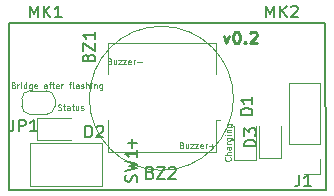
<source format=gbr>
G04 #@! TF.GenerationSoftware,KiCad,Pcbnew,5.1.0*
G04 #@! TF.CreationDate,2019-05-19T21:56:43+02:00*
G04 #@! TF.ProjectId,beeper,62656570-6572-42e6-9b69-6361645f7063,rev?*
G04 #@! TF.SameCoordinates,Original*
G04 #@! TF.FileFunction,Legend,Top*
G04 #@! TF.FilePolarity,Positive*
%FSLAX46Y46*%
G04 Gerber Fmt 4.6, Leading zero omitted, Abs format (unit mm)*
G04 Created by KiCad (PCBNEW 5.1.0) date 2019-05-19 21:56:43*
%MOMM*%
%LPD*%
G04 APERTURE LIST*
%ADD10C,0.125000*%
%ADD11C,0.250000*%
%ADD12C,0.150000*%
%ADD13C,0.120000*%
G04 APERTURE END LIST*
D10*
X136883333Y-99789285D02*
X136954761Y-99813095D01*
X136978571Y-99836904D01*
X137002380Y-99884523D01*
X137002380Y-99955952D01*
X136978571Y-100003571D01*
X136954761Y-100027380D01*
X136907142Y-100051190D01*
X136716666Y-100051190D01*
X136716666Y-99551190D01*
X136883333Y-99551190D01*
X136930952Y-99575000D01*
X136954761Y-99598809D01*
X136978571Y-99646428D01*
X136978571Y-99694047D01*
X136954761Y-99741666D01*
X136930952Y-99765476D01*
X136883333Y-99789285D01*
X136716666Y-99789285D01*
X137216666Y-100051190D02*
X137216666Y-99717857D01*
X137216666Y-99813095D02*
X137240476Y-99765476D01*
X137264285Y-99741666D01*
X137311904Y-99717857D01*
X137359523Y-99717857D01*
X137526190Y-100051190D02*
X137526190Y-99717857D01*
X137526190Y-99551190D02*
X137502380Y-99575000D01*
X137526190Y-99598809D01*
X137550000Y-99575000D01*
X137526190Y-99551190D01*
X137526190Y-99598809D01*
X137978571Y-100051190D02*
X137978571Y-99551190D01*
X137978571Y-100027380D02*
X137930952Y-100051190D01*
X137835714Y-100051190D01*
X137788095Y-100027380D01*
X137764285Y-100003571D01*
X137740476Y-99955952D01*
X137740476Y-99813095D01*
X137764285Y-99765476D01*
X137788095Y-99741666D01*
X137835714Y-99717857D01*
X137930952Y-99717857D01*
X137978571Y-99741666D01*
X138430952Y-99717857D02*
X138430952Y-100122619D01*
X138407142Y-100170238D01*
X138383333Y-100194047D01*
X138335714Y-100217857D01*
X138264285Y-100217857D01*
X138216666Y-100194047D01*
X138430952Y-100027380D02*
X138383333Y-100051190D01*
X138288095Y-100051190D01*
X138240476Y-100027380D01*
X138216666Y-100003571D01*
X138192857Y-99955952D01*
X138192857Y-99813095D01*
X138216666Y-99765476D01*
X138240476Y-99741666D01*
X138288095Y-99717857D01*
X138383333Y-99717857D01*
X138430952Y-99741666D01*
X138859523Y-100027380D02*
X138811904Y-100051190D01*
X138716666Y-100051190D01*
X138669047Y-100027380D01*
X138645238Y-99979761D01*
X138645238Y-99789285D01*
X138669047Y-99741666D01*
X138716666Y-99717857D01*
X138811904Y-99717857D01*
X138859523Y-99741666D01*
X138883333Y-99789285D01*
X138883333Y-99836904D01*
X138645238Y-99884523D01*
X139692857Y-100051190D02*
X139692857Y-99789285D01*
X139669047Y-99741666D01*
X139621428Y-99717857D01*
X139526190Y-99717857D01*
X139478571Y-99741666D01*
X139692857Y-100027380D02*
X139645238Y-100051190D01*
X139526190Y-100051190D01*
X139478571Y-100027380D01*
X139454761Y-99979761D01*
X139454761Y-99932142D01*
X139478571Y-99884523D01*
X139526190Y-99860714D01*
X139645238Y-99860714D01*
X139692857Y-99836904D01*
X139859523Y-99717857D02*
X140050000Y-99717857D01*
X139930952Y-100051190D02*
X139930952Y-99622619D01*
X139954761Y-99575000D01*
X140002380Y-99551190D01*
X140050000Y-99551190D01*
X140145238Y-99717857D02*
X140335714Y-99717857D01*
X140216666Y-99551190D02*
X140216666Y-99979761D01*
X140240476Y-100027380D01*
X140288095Y-100051190D01*
X140335714Y-100051190D01*
X140692857Y-100027380D02*
X140645238Y-100051190D01*
X140550000Y-100051190D01*
X140502380Y-100027380D01*
X140478571Y-99979761D01*
X140478571Y-99789285D01*
X140502380Y-99741666D01*
X140550000Y-99717857D01*
X140645238Y-99717857D01*
X140692857Y-99741666D01*
X140716666Y-99789285D01*
X140716666Y-99836904D01*
X140478571Y-99884523D01*
X140930952Y-100051190D02*
X140930952Y-99717857D01*
X140930952Y-99813095D02*
X140954761Y-99765476D01*
X140978571Y-99741666D01*
X141026190Y-99717857D01*
X141073809Y-99717857D01*
X141550000Y-99717857D02*
X141740476Y-99717857D01*
X141621428Y-100051190D02*
X141621428Y-99622619D01*
X141645238Y-99575000D01*
X141692857Y-99551190D01*
X141740476Y-99551190D01*
X141978571Y-100051190D02*
X141930952Y-100027380D01*
X141907142Y-99979761D01*
X141907142Y-99551190D01*
X142383333Y-100051190D02*
X142383333Y-99789285D01*
X142359523Y-99741666D01*
X142311904Y-99717857D01*
X142216666Y-99717857D01*
X142169047Y-99741666D01*
X142383333Y-100027380D02*
X142335714Y-100051190D01*
X142216666Y-100051190D01*
X142169047Y-100027380D01*
X142145238Y-99979761D01*
X142145238Y-99932142D01*
X142169047Y-99884523D01*
X142216666Y-99860714D01*
X142335714Y-99860714D01*
X142383333Y-99836904D01*
X142597619Y-100027380D02*
X142645238Y-100051190D01*
X142740476Y-100051190D01*
X142788095Y-100027380D01*
X142811904Y-99979761D01*
X142811904Y-99955952D01*
X142788095Y-99908333D01*
X142740476Y-99884523D01*
X142669047Y-99884523D01*
X142621428Y-99860714D01*
X142597619Y-99813095D01*
X142597619Y-99789285D01*
X142621428Y-99741666D01*
X142669047Y-99717857D01*
X142740476Y-99717857D01*
X142788095Y-99741666D01*
X143026190Y-100051190D02*
X143026190Y-99551190D01*
X143240476Y-100051190D02*
X143240476Y-99789285D01*
X143216666Y-99741666D01*
X143169047Y-99717857D01*
X143097619Y-99717857D01*
X143050000Y-99741666D01*
X143026190Y-99765476D01*
X143478571Y-100051190D02*
X143478571Y-99717857D01*
X143478571Y-99551190D02*
X143454761Y-99575000D01*
X143478571Y-99598809D01*
X143502380Y-99575000D01*
X143478571Y-99551190D01*
X143478571Y-99598809D01*
X143716666Y-99717857D02*
X143716666Y-100051190D01*
X143716666Y-99765476D02*
X143740476Y-99741666D01*
X143788095Y-99717857D01*
X143859523Y-99717857D01*
X143907142Y-99741666D01*
X143930952Y-99789285D01*
X143930952Y-100051190D01*
X144383333Y-99717857D02*
X144383333Y-100122619D01*
X144359523Y-100170238D01*
X144335714Y-100194047D01*
X144288095Y-100217857D01*
X144216666Y-100217857D01*
X144169047Y-100194047D01*
X144383333Y-100027380D02*
X144335714Y-100051190D01*
X144240476Y-100051190D01*
X144192857Y-100027380D01*
X144169047Y-100003571D01*
X144145238Y-99955952D01*
X144145238Y-99813095D01*
X144169047Y-99765476D01*
X144192857Y-99741666D01*
X144240476Y-99717857D01*
X144335714Y-99717857D01*
X144383333Y-99741666D01*
X151126190Y-104864285D02*
X151197619Y-104888095D01*
X151221428Y-104911904D01*
X151245238Y-104959523D01*
X151245238Y-105030952D01*
X151221428Y-105078571D01*
X151197619Y-105102380D01*
X151150000Y-105126190D01*
X150959523Y-105126190D01*
X150959523Y-104626190D01*
X151126190Y-104626190D01*
X151173809Y-104650000D01*
X151197619Y-104673809D01*
X151221428Y-104721428D01*
X151221428Y-104769047D01*
X151197619Y-104816666D01*
X151173809Y-104840476D01*
X151126190Y-104864285D01*
X150959523Y-104864285D01*
X151673809Y-104792857D02*
X151673809Y-105126190D01*
X151459523Y-104792857D02*
X151459523Y-105054761D01*
X151483333Y-105102380D01*
X151530952Y-105126190D01*
X151602380Y-105126190D01*
X151650000Y-105102380D01*
X151673809Y-105078571D01*
X151864285Y-104792857D02*
X152126190Y-104792857D01*
X151864285Y-105126190D01*
X152126190Y-105126190D01*
X152269047Y-104792857D02*
X152530952Y-104792857D01*
X152269047Y-105126190D01*
X152530952Y-105126190D01*
X152911904Y-105102380D02*
X152864285Y-105126190D01*
X152769047Y-105126190D01*
X152721428Y-105102380D01*
X152697619Y-105054761D01*
X152697619Y-104864285D01*
X152721428Y-104816666D01*
X152769047Y-104792857D01*
X152864285Y-104792857D01*
X152911904Y-104816666D01*
X152935714Y-104864285D01*
X152935714Y-104911904D01*
X152697619Y-104959523D01*
X153150000Y-105126190D02*
X153150000Y-104792857D01*
X153150000Y-104888095D02*
X153173809Y-104840476D01*
X153197619Y-104816666D01*
X153245238Y-104792857D01*
X153292857Y-104792857D01*
X153459523Y-104935714D02*
X153840476Y-104935714D01*
X153650000Y-105126190D02*
X153650000Y-104745238D01*
X145026190Y-97764285D02*
X145097619Y-97788095D01*
X145121428Y-97811904D01*
X145145238Y-97859523D01*
X145145238Y-97930952D01*
X145121428Y-97978571D01*
X145097619Y-98002380D01*
X145050000Y-98026190D01*
X144859523Y-98026190D01*
X144859523Y-97526190D01*
X145026190Y-97526190D01*
X145073809Y-97550000D01*
X145097619Y-97573809D01*
X145121428Y-97621428D01*
X145121428Y-97669047D01*
X145097619Y-97716666D01*
X145073809Y-97740476D01*
X145026190Y-97764285D01*
X144859523Y-97764285D01*
X145573809Y-97692857D02*
X145573809Y-98026190D01*
X145359523Y-97692857D02*
X145359523Y-97954761D01*
X145383333Y-98002380D01*
X145430952Y-98026190D01*
X145502380Y-98026190D01*
X145550000Y-98002380D01*
X145573809Y-97978571D01*
X145764285Y-97692857D02*
X146026190Y-97692857D01*
X145764285Y-98026190D01*
X146026190Y-98026190D01*
X146169047Y-97692857D02*
X146430952Y-97692857D01*
X146169047Y-98026190D01*
X146430952Y-98026190D01*
X146811904Y-98002380D02*
X146764285Y-98026190D01*
X146669047Y-98026190D01*
X146621428Y-98002380D01*
X146597619Y-97954761D01*
X146597619Y-97764285D01*
X146621428Y-97716666D01*
X146669047Y-97692857D01*
X146764285Y-97692857D01*
X146811904Y-97716666D01*
X146835714Y-97764285D01*
X146835714Y-97811904D01*
X146597619Y-97859523D01*
X147050000Y-98026190D02*
X147050000Y-97692857D01*
X147050000Y-97788095D02*
X147073809Y-97740476D01*
X147097619Y-97716666D01*
X147145238Y-97692857D01*
X147192857Y-97692857D01*
X147359523Y-97835714D02*
X147740476Y-97835714D01*
D11*
X154671428Y-95585714D02*
X154909523Y-96252380D01*
X155147619Y-95585714D01*
X155719047Y-95252380D02*
X155814285Y-95252380D01*
X155909523Y-95300000D01*
X155957142Y-95347619D01*
X156004761Y-95442857D01*
X156052380Y-95633333D01*
X156052380Y-95871428D01*
X156004761Y-96061904D01*
X155957142Y-96157142D01*
X155909523Y-96204761D01*
X155814285Y-96252380D01*
X155719047Y-96252380D01*
X155623809Y-96204761D01*
X155576190Y-96157142D01*
X155528571Y-96061904D01*
X155480952Y-95871428D01*
X155480952Y-95633333D01*
X155528571Y-95442857D01*
X155576190Y-95347619D01*
X155623809Y-95300000D01*
X155719047Y-95252380D01*
X156480952Y-96157142D02*
X156528571Y-96204761D01*
X156480952Y-96252380D01*
X156433333Y-96204761D01*
X156480952Y-96157142D01*
X156480952Y-96252380D01*
X156909523Y-95347619D02*
X156957142Y-95300000D01*
X157052380Y-95252380D01*
X157290476Y-95252380D01*
X157385714Y-95300000D01*
X157433333Y-95347619D01*
X157480952Y-95442857D01*
X157480952Y-95538095D01*
X157433333Y-95680952D01*
X156861904Y-96252380D01*
X157480952Y-96252380D01*
D10*
X155228571Y-105900000D02*
X155252380Y-105923809D01*
X155276190Y-105995238D01*
X155276190Y-106042857D01*
X155252380Y-106114285D01*
X155204761Y-106161904D01*
X155157142Y-106185714D01*
X155061904Y-106209523D01*
X154990476Y-106209523D01*
X154895238Y-106185714D01*
X154847619Y-106161904D01*
X154800000Y-106114285D01*
X154776190Y-106042857D01*
X154776190Y-105995238D01*
X154800000Y-105923809D01*
X154823809Y-105900000D01*
X155276190Y-105685714D02*
X154776190Y-105685714D01*
X155276190Y-105471428D02*
X155014285Y-105471428D01*
X154966666Y-105495238D01*
X154942857Y-105542857D01*
X154942857Y-105614285D01*
X154966666Y-105661904D01*
X154990476Y-105685714D01*
X155276190Y-105019047D02*
X155014285Y-105019047D01*
X154966666Y-105042857D01*
X154942857Y-105090476D01*
X154942857Y-105185714D01*
X154966666Y-105233333D01*
X155252380Y-105019047D02*
X155276190Y-105066666D01*
X155276190Y-105185714D01*
X155252380Y-105233333D01*
X155204761Y-105257142D01*
X155157142Y-105257142D01*
X155109523Y-105233333D01*
X155085714Y-105185714D01*
X155085714Y-105066666D01*
X155061904Y-105019047D01*
X155276190Y-104780952D02*
X154942857Y-104780952D01*
X155038095Y-104780952D02*
X154990476Y-104757142D01*
X154966666Y-104733333D01*
X154942857Y-104685714D01*
X154942857Y-104638095D01*
X154942857Y-104257142D02*
X155347619Y-104257142D01*
X155395238Y-104280952D01*
X155419047Y-104304761D01*
X155442857Y-104352380D01*
X155442857Y-104423809D01*
X155419047Y-104471428D01*
X155252380Y-104257142D02*
X155276190Y-104304761D01*
X155276190Y-104400000D01*
X155252380Y-104447619D01*
X155228571Y-104471428D01*
X155180952Y-104495238D01*
X155038095Y-104495238D01*
X154990476Y-104471428D01*
X154966666Y-104447619D01*
X154942857Y-104400000D01*
X154942857Y-104304761D01*
X154966666Y-104257142D01*
X155276190Y-104019047D02*
X154942857Y-104019047D01*
X154776190Y-104019047D02*
X154800000Y-104042857D01*
X154823809Y-104019047D01*
X154800000Y-103995238D01*
X154776190Y-104019047D01*
X154823809Y-104019047D01*
X154942857Y-103780952D02*
X155276190Y-103780952D01*
X154990476Y-103780952D02*
X154966666Y-103757142D01*
X154942857Y-103709523D01*
X154942857Y-103638095D01*
X154966666Y-103590476D01*
X155014285Y-103566666D01*
X155276190Y-103566666D01*
X154942857Y-103114285D02*
X155347619Y-103114285D01*
X155395238Y-103138095D01*
X155419047Y-103161904D01*
X155442857Y-103209523D01*
X155442857Y-103280952D01*
X155419047Y-103328571D01*
X155252380Y-103114285D02*
X155276190Y-103161904D01*
X155276190Y-103257142D01*
X155252380Y-103304761D01*
X155228571Y-103328571D01*
X155180952Y-103352380D01*
X155038095Y-103352380D01*
X154990476Y-103328571D01*
X154966666Y-103304761D01*
X154942857Y-103257142D01*
X154942857Y-103161904D01*
X154966666Y-103114285D01*
X140641666Y-101877380D02*
X140713095Y-101901190D01*
X140832142Y-101901190D01*
X140879761Y-101877380D01*
X140903571Y-101853571D01*
X140927380Y-101805952D01*
X140927380Y-101758333D01*
X140903571Y-101710714D01*
X140879761Y-101686904D01*
X140832142Y-101663095D01*
X140736904Y-101639285D01*
X140689285Y-101615476D01*
X140665476Y-101591666D01*
X140641666Y-101544047D01*
X140641666Y-101496428D01*
X140665476Y-101448809D01*
X140689285Y-101425000D01*
X140736904Y-101401190D01*
X140855952Y-101401190D01*
X140927380Y-101425000D01*
X141070238Y-101567857D02*
X141260714Y-101567857D01*
X141141666Y-101401190D02*
X141141666Y-101829761D01*
X141165476Y-101877380D01*
X141213095Y-101901190D01*
X141260714Y-101901190D01*
X141641666Y-101901190D02*
X141641666Y-101639285D01*
X141617857Y-101591666D01*
X141570238Y-101567857D01*
X141475000Y-101567857D01*
X141427380Y-101591666D01*
X141641666Y-101877380D02*
X141594047Y-101901190D01*
X141475000Y-101901190D01*
X141427380Y-101877380D01*
X141403571Y-101829761D01*
X141403571Y-101782142D01*
X141427380Y-101734523D01*
X141475000Y-101710714D01*
X141594047Y-101710714D01*
X141641666Y-101686904D01*
X141808333Y-101567857D02*
X141998809Y-101567857D01*
X141879761Y-101401190D02*
X141879761Y-101829761D01*
X141903571Y-101877380D01*
X141951190Y-101901190D01*
X141998809Y-101901190D01*
X142379761Y-101567857D02*
X142379761Y-101901190D01*
X142165476Y-101567857D02*
X142165476Y-101829761D01*
X142189285Y-101877380D01*
X142236904Y-101901190D01*
X142308333Y-101901190D01*
X142355952Y-101877380D01*
X142379761Y-101853571D01*
X142594047Y-101877380D02*
X142641666Y-101901190D01*
X142736904Y-101901190D01*
X142784523Y-101877380D01*
X142808333Y-101829761D01*
X142808333Y-101805952D01*
X142784523Y-101758333D01*
X142736904Y-101734523D01*
X142665476Y-101734523D01*
X142617857Y-101710714D01*
X142594047Y-101663095D01*
X142594047Y-101639285D01*
X142617857Y-101591666D01*
X142665476Y-101567857D01*
X142736904Y-101567857D01*
X142784523Y-101591666D01*
D12*
X136500000Y-108700000D02*
X136500000Y-94500000D01*
X163300000Y-108700000D02*
X136500000Y-108700000D01*
X163250000Y-94500000D02*
X163300000Y-108700000D01*
X136500000Y-94500000D02*
X163250000Y-94500000D01*
D13*
X155590000Y-103262500D02*
X155590000Y-106147500D01*
X155590000Y-106147500D02*
X157410000Y-106147500D01*
X157410000Y-106147500D02*
X157410000Y-103262500D01*
X138827500Y-104410000D02*
X141712500Y-104410000D01*
X138827500Y-102590000D02*
X138827500Y-104410000D01*
X141712500Y-102590000D02*
X138827500Y-102590000D01*
X162830000Y-99590000D02*
X160170000Y-99590000D01*
X162830000Y-104730000D02*
X162830000Y-99590000D01*
X160170000Y-104730000D02*
X160170000Y-99590000D01*
X162830000Y-104730000D02*
X160170000Y-104730000D01*
X162830000Y-106000000D02*
X162830000Y-107330000D01*
X162830000Y-107330000D02*
X161500000Y-107330000D01*
X144385000Y-108350000D02*
X138265000Y-108350000D01*
X138265000Y-108350000D02*
X138265000Y-104650000D01*
X138265000Y-104650000D02*
X144385000Y-104650000D01*
X144385000Y-104650000D02*
X144385000Y-108350000D01*
X157640000Y-103237500D02*
X157640000Y-105922500D01*
X157640000Y-105922500D02*
X159560000Y-105922500D01*
X159560000Y-105922500D02*
X159560000Y-103237500D01*
X154060000Y-102760000D02*
X154390000Y-102760000D01*
X154060000Y-96190000D02*
X154060000Y-98840000D01*
X144840000Y-96190000D02*
X154060000Y-96190000D01*
X144840000Y-98840000D02*
X144840000Y-96190000D01*
X144840000Y-105410000D02*
X144840000Y-102760000D01*
X154060000Y-105410000D02*
X144840000Y-105410000D01*
X154060000Y-102760000D02*
X154060000Y-105410000D01*
X155500000Y-100900000D02*
G75*
G03X155500000Y-100900000I-6100000J0D01*
G01*
X138275000Y-102250000D02*
G75*
G02X137575000Y-101550000I0J700000D01*
G01*
X137575000Y-100950000D02*
G75*
G02X138275000Y-100250000I700000J0D01*
G01*
X139675000Y-100250000D02*
G75*
G02X140375000Y-100950000I0J-700000D01*
G01*
X140375000Y-101550000D02*
G75*
G02X139675000Y-102250000I-700000J0D01*
G01*
X140375000Y-100950000D02*
X140375000Y-101550000D01*
X138275000Y-100250000D02*
X139675000Y-100250000D01*
X137575000Y-101550000D02*
X137575000Y-100950000D01*
X139675000Y-102250000D02*
X138275000Y-102250000D01*
D12*
X157102380Y-102300595D02*
X156102380Y-102300595D01*
X156102380Y-102062500D01*
X156150000Y-101919642D01*
X156245238Y-101824404D01*
X156340476Y-101776785D01*
X156530952Y-101729166D01*
X156673809Y-101729166D01*
X156864285Y-101776785D01*
X156959523Y-101824404D01*
X157054761Y-101919642D01*
X157102380Y-102062500D01*
X157102380Y-102300595D01*
X157102380Y-100776785D02*
X157102380Y-101348214D01*
X157102380Y-101062500D02*
X156102380Y-101062500D01*
X156245238Y-101157738D01*
X156340476Y-101252976D01*
X156388095Y-101348214D01*
X142974404Y-104202380D02*
X142974404Y-103202380D01*
X143212500Y-103202380D01*
X143355357Y-103250000D01*
X143450595Y-103345238D01*
X143498214Y-103440476D01*
X143545833Y-103630952D01*
X143545833Y-103773809D01*
X143498214Y-103964285D01*
X143450595Y-104059523D01*
X143355357Y-104154761D01*
X143212500Y-104202380D01*
X142974404Y-104202380D01*
X143926785Y-103297619D02*
X143974404Y-103250000D01*
X144069642Y-103202380D01*
X144307738Y-103202380D01*
X144402976Y-103250000D01*
X144450595Y-103297619D01*
X144498214Y-103392857D01*
X144498214Y-103488095D01*
X144450595Y-103630952D01*
X143879166Y-104202380D01*
X144498214Y-104202380D01*
X161066666Y-107352380D02*
X161066666Y-108066666D01*
X161019047Y-108209523D01*
X160923809Y-108304761D01*
X160780952Y-108352380D01*
X160685714Y-108352380D01*
X162066666Y-108352380D02*
X161495238Y-108352380D01*
X161780952Y-108352380D02*
X161780952Y-107352380D01*
X161685714Y-107495238D01*
X161590476Y-107590476D01*
X161495238Y-107638095D01*
X138290476Y-94052380D02*
X138290476Y-93052380D01*
X138623809Y-93766666D01*
X138957142Y-93052380D01*
X138957142Y-94052380D01*
X139433333Y-94052380D02*
X139433333Y-93052380D01*
X140004761Y-94052380D02*
X139576190Y-93480952D01*
X140004761Y-93052380D02*
X139433333Y-93623809D01*
X140957142Y-94052380D02*
X140385714Y-94052380D01*
X140671428Y-94052380D02*
X140671428Y-93052380D01*
X140576190Y-93195238D01*
X140480952Y-93290476D01*
X140385714Y-93338095D01*
X158290476Y-94052380D02*
X158290476Y-93052380D01*
X158623809Y-93766666D01*
X158957142Y-93052380D01*
X158957142Y-94052380D01*
X159433333Y-94052380D02*
X159433333Y-93052380D01*
X160004761Y-94052380D02*
X159576190Y-93480952D01*
X160004761Y-93052380D02*
X159433333Y-93623809D01*
X160385714Y-93147619D02*
X160433333Y-93100000D01*
X160528571Y-93052380D01*
X160766666Y-93052380D01*
X160861904Y-93100000D01*
X160909523Y-93147619D01*
X160957142Y-93242857D01*
X160957142Y-93338095D01*
X160909523Y-93480952D01*
X160338095Y-94052380D01*
X160957142Y-94052380D01*
X147304761Y-107983333D02*
X147352380Y-107840476D01*
X147352380Y-107602380D01*
X147304761Y-107507142D01*
X147257142Y-107459523D01*
X147161904Y-107411904D01*
X147066666Y-107411904D01*
X146971428Y-107459523D01*
X146923809Y-107507142D01*
X146876190Y-107602380D01*
X146828571Y-107792857D01*
X146780952Y-107888095D01*
X146733333Y-107935714D01*
X146638095Y-107983333D01*
X146542857Y-107983333D01*
X146447619Y-107935714D01*
X146400000Y-107888095D01*
X146352380Y-107792857D01*
X146352380Y-107554761D01*
X146400000Y-107411904D01*
X146352380Y-107078571D02*
X147352380Y-106840476D01*
X146638095Y-106650000D01*
X147352380Y-106459523D01*
X146352380Y-106221428D01*
X147352380Y-105316666D02*
X147352380Y-105888095D01*
X147352380Y-105602380D02*
X146352380Y-105602380D01*
X146495238Y-105697619D01*
X146590476Y-105792857D01*
X146638095Y-105888095D01*
X157402380Y-104975595D02*
X156402380Y-104975595D01*
X156402380Y-104737500D01*
X156450000Y-104594642D01*
X156545238Y-104499404D01*
X156640476Y-104451785D01*
X156830952Y-104404166D01*
X156973809Y-104404166D01*
X157164285Y-104451785D01*
X157259523Y-104499404D01*
X157354761Y-104594642D01*
X157402380Y-104737500D01*
X157402380Y-104975595D01*
X156402380Y-104070833D02*
X156402380Y-103451785D01*
X156783333Y-103785119D01*
X156783333Y-103642261D01*
X156830952Y-103547023D01*
X156878571Y-103499404D01*
X156973809Y-103451785D01*
X157211904Y-103451785D01*
X157307142Y-103499404D01*
X157354761Y-103547023D01*
X157402380Y-103642261D01*
X157402380Y-103927976D01*
X157354761Y-104023214D01*
X157307142Y-104070833D01*
X148469047Y-107178571D02*
X148611904Y-107226190D01*
X148659523Y-107273809D01*
X148707142Y-107369047D01*
X148707142Y-107511904D01*
X148659523Y-107607142D01*
X148611904Y-107654761D01*
X148516666Y-107702380D01*
X148135714Y-107702380D01*
X148135714Y-106702380D01*
X148469047Y-106702380D01*
X148564285Y-106750000D01*
X148611904Y-106797619D01*
X148659523Y-106892857D01*
X148659523Y-106988095D01*
X148611904Y-107083333D01*
X148564285Y-107130952D01*
X148469047Y-107178571D01*
X148135714Y-107178571D01*
X149040476Y-106702380D02*
X149707142Y-106702380D01*
X149040476Y-107702380D01*
X149707142Y-107702380D01*
X150040476Y-106797619D02*
X150088095Y-106750000D01*
X150183333Y-106702380D01*
X150421428Y-106702380D01*
X150516666Y-106750000D01*
X150564285Y-106797619D01*
X150611904Y-106892857D01*
X150611904Y-106988095D01*
X150564285Y-107130952D01*
X149992857Y-107702380D01*
X150611904Y-107702380D01*
X143228571Y-97430952D02*
X143276190Y-97288095D01*
X143323809Y-97240476D01*
X143419047Y-97192857D01*
X143561904Y-97192857D01*
X143657142Y-97240476D01*
X143704761Y-97288095D01*
X143752380Y-97383333D01*
X143752380Y-97764285D01*
X142752380Y-97764285D01*
X142752380Y-97430952D01*
X142800000Y-97335714D01*
X142847619Y-97288095D01*
X142942857Y-97240476D01*
X143038095Y-97240476D01*
X143133333Y-97288095D01*
X143180952Y-97335714D01*
X143228571Y-97430952D01*
X143228571Y-97764285D01*
X142752380Y-96859523D02*
X142752380Y-96192857D01*
X143752380Y-96859523D01*
X143752380Y-96192857D01*
X143752380Y-95288095D02*
X143752380Y-95859523D01*
X143752380Y-95573809D02*
X142752380Y-95573809D01*
X142895238Y-95669047D01*
X142990476Y-95764285D01*
X143038095Y-95859523D01*
X146931428Y-105090952D02*
X146931428Y-104329047D01*
X147312380Y-104710000D02*
X146550476Y-104710000D01*
X136866666Y-102702380D02*
X136866666Y-103416666D01*
X136819047Y-103559523D01*
X136723809Y-103654761D01*
X136580952Y-103702380D01*
X136485714Y-103702380D01*
X137342857Y-103702380D02*
X137342857Y-102702380D01*
X137723809Y-102702380D01*
X137819047Y-102750000D01*
X137866666Y-102797619D01*
X137914285Y-102892857D01*
X137914285Y-103035714D01*
X137866666Y-103130952D01*
X137819047Y-103178571D01*
X137723809Y-103226190D01*
X137342857Y-103226190D01*
X138866666Y-103702380D02*
X138295238Y-103702380D01*
X138580952Y-103702380D02*
X138580952Y-102702380D01*
X138485714Y-102845238D01*
X138390476Y-102940476D01*
X138295238Y-102988095D01*
M02*

</source>
